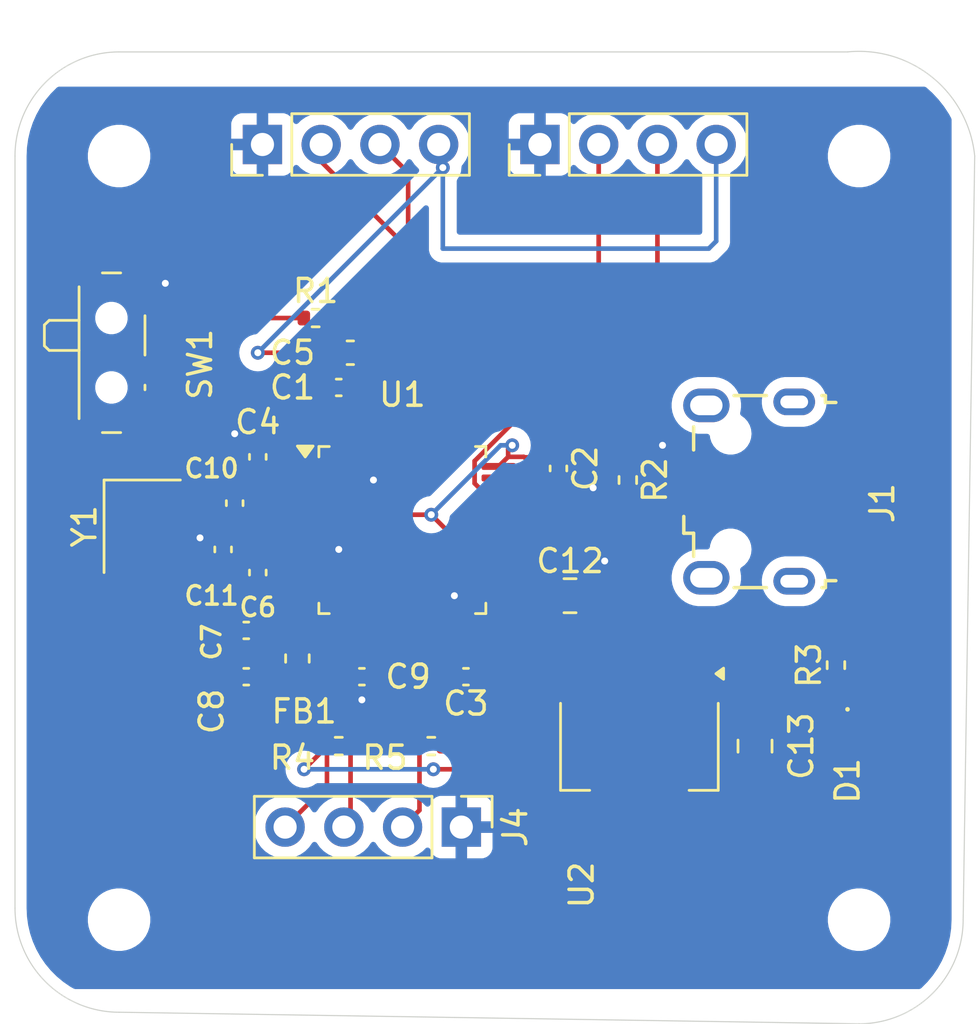
<source format=kicad_pcb>
(kicad_pcb (version 20240108) (generator "pcbnew") (generator_version "8.0")
  (layers (0 "F.Cu" signal) (31 "B.Cu" signal) (34 "B.Paste" user) (35 "F.Paste" user) (36 "B.SilkS" user "B.Silkscreen") (37 "F.SilkS" user "F.Silkscreen") (38 "B.Mask" user) (39 "F.Mask" user) (44 "Edge.Cuts" user))
  (net 0 "")
  (net 1 "GND")
  (net 2 "+3V3")
  (net 3 "+3.3VA")
  (net 4 "/NRST")
  (net 5 "/HSE_IN")
  (net 6 "/HSE_OUT")
  (net 7 "VBUS")
  (net 8 "/power_led_k")
  (net 11 "/USB_D -")
  (net 13 "/USB_D +")
  (net 16 "/SWCLK")
  (net 17 "/SWDIO")
  (net 18 "/USART1_RX")
  (net 19 "/USART1_TX")
  (net 20 "/I2C2_SDA")
  (net 21 "/I2C2_SCL")
  (net 22 "/BOOT0")
  (net 23 "/sw_boot0")
  (footprint "Capacitor_SMD:C_0805_2012Metric" (layer "F.Cu") (at 85 44)
    (property "Reference" "C12" (at 0 -1.5 0) (layer "F.SilkS"))
    (property "Value" "22u")
    (fp_line (start -0.261252 -0.735) (end 0.261252 -0.735) (stroke (width 0.12)) (layer "F.SilkS"))
    (fp_line (start -0.261252 0.735) (end 0.261252 0.735) (stroke (width 0.12)) (layer "F.SilkS"))
    (pad "1" smd roundrect (at -0.95 0) (size 1 1.45) (layers "F.Cu" "F.Paste" "F.Mask") (net 7 "VBUS"))
    (pad "2" smd roundrect (at 0.95 0) (size 1 1.45) (layers "F.Cu" "F.Paste" "F.Mask") (net 1 "GND"))
  )
  (footprint "Capacitor_SMD:C_0402_1005Metric" (layer "F.Cu") (at 71.5 43 90)
    (property "Reference" "C6" (at -1.5 0 0) (layer "F.SilkS") (effects (font (size 0.8 0.8))))
    (property "Value" "10n")
    (fp_line (start -0.107836 -0.36) (end 0.107836 -0.36) (stroke (width 0.12)) (layer "F.SilkS"))
    (fp_line (start -0.107836 0.36) (end 0.107836 0.36) (stroke (width 0.12)) (layer "F.SilkS"))
    (pad "1" smd roundrect (at -0.48 0 90) (size 0.56 0.62) (layers "F.Cu" "F.Paste" "F.Mask") (net 3 "+3.3VA"))
    (pad "2" smd roundrect (at 0.48 0 90) (size 0.56 0.62) (layers "F.Cu" "F.Paste" "F.Mask") (net 1 "GND"))
  )
  (footprint "Capacitor_SMD:C_0402_1005Metric" (layer "F.Cu") (at 70.5 40 90)
    (property "Reference" "C10" (at 1.5 -1 180) (layer "F.SilkS") (effects (font (size 0.8 0.8))))
    (property "Value" "10pf")
    (fp_line (start -0.107836 -0.36) (end 0.107836 -0.36) (stroke (width 0.12)) (layer "F.SilkS"))
    (fp_line (start -0.107836 0.36) (end 0.107836 0.36) (stroke (width 0.12)) (layer "F.SilkS"))
    (pad "1" smd roundrect (at -0.48 0 90) (size 0.56 0.62) (layers "F.Cu" "F.Paste" "F.Mask") (net 5 "/HSE_IN"))
    (pad "2" smd roundrect (at 0.48 0 90) (size 0.56 0.62) (layers "F.Cu" "F.Paste" "F.Mask") (net 1 "GND"))
  )
  (footprint "Capacitor_SMD:C_0402_1005Metric" (layer "F.Cu") (at 76 47.5)
    (property "Reference" "C9" (at 2 0 0) (layer "F.SilkS"))
    (property "Value" "100n")
    (fp_line (start -0.107836 -0.36) (end 0.107836 -0.36) (stroke (width 0.12)) (layer "F.SilkS"))
    (fp_line (start -0.107836 0.36) (end 0.107836 0.36) (stroke (width 0.12)) (layer "F.SilkS"))
    (pad "1" smd roundrect (at -0.48 0) (size 0.56 0.62) (layers "F.Cu" "F.Paste" "F.Mask") (net 4 "/NRST"))
    (pad "2" smd roundrect (at 0.48 0) (size 0.56 0.62) (layers "F.Cu" "F.Paste" "F.Mask") (net 1 "GND"))
  )
  (footprint "MountingHole:MountingHole_2.2mm_M2" (layer "F.Cu") (at 97.5 25)
    (property "Reference" "H1")
    (property "Value" "MountingHole")
    (pad "" np_thru_hole circle (at 0 0) (size 2.2 2.2) (drill 2.2) (layers "*.Cu" "*.Mask"))
  )
  (footprint "Connector_USB:USB_Micro-B_Wuerth_629105150521" (layer "F.Cu") (at 92.745 39.5 90)
    (property "Reference" "J1" (at -0.5 5.755 -90) (layer "F.SilkS"))
    (property "Value" "USB_B_Micro")
    (fp_line (start -1.075 -2.825) (end -1.8 -2.825) (stroke (width 0.15)) (layer "F.SilkS"))
    (fp_line (start -1.8 -2.825) (end -1.8 -2.4) (stroke (width 0.15)) (layer "F.SilkS"))
    (fp_line (start 1.8 -2.4) (end 2.8 -2.4) (stroke (width 0.15)) (layer "F.SilkS"))
    (fp_line (start -1.8 -2.4) (end -2.8 -2.4) (stroke (width 0.15)) (layer "F.SilkS"))
    (fp_line (start -4.15 -0.65) (end -4.15 0.75) (stroke (width 0.15)) (layer "F.SilkS"))
    (fp_line (start 4.15 0.75) (end 4.15 -0.65) (stroke (width 0.15)) (layer "F.SilkS"))
    (fp_line (start -4.15 3.15) (end -4.15 3.3) (stroke (width 0.15)) (layer "F.SilkS"))
    (fp_line (start 4.15 3.3) (end 4.15 3.15) (stroke (width 0.15)) (layer "F.SilkS"))
    (fp_line (start 3.85 3.3) (end 4.15 3.3) (stroke (width 0.15)) (layer "F.SilkS"))
    (fp_line (start -3.85 3.3) (end -3.85 3.75) (stroke (width 0.15)) (layer "F.SilkS"))
    (fp_line (start -4.15 3.3) (end -3.85 3.3) (stroke (width 0.15)) (layer "F.SilkS"))
    (fp_line (start 3.85 3.75) (end 3.85 3.3) (stroke (width 0.15)) (layer "F.SilkS"))
    (pad "" np_thru_hole oval (at -2.5 -0.8 90) (size 0.8 0.8) (drill 0.8) (layers "*.Cu" "*.Mask"))
    (pad "" np_thru_hole oval (at 2.5 -0.8 90) (size 0.8 0.8) (drill 0.8) (layers "*.Cu" "*.Mask"))
    (pad "1" smd rect (at -1.3 -1.9 90) (size 0.45 1.3) (layers "F.Cu" "F.Paste" "F.Mask") (net 7 "VBUS"))
    (pad "2" smd rect (at -0.65 -1.9 90) (size 0.45 1.3) (layers "F.Cu" "F.Paste" "F.Mask") (net 11 "/USB_D -"))
    (pad "3" smd rect (at 0 -1.9 90) (size 0.45 1.3) (layers "F.Cu" "F.Paste" "F.Mask") (net 13 "/USB_D +"))
    (pad "4" smd rect (at 0.65 -1.9 90) (size 0.45 1.3) (layers "F.Cu" "F.Paste" "F.Mask"))
    (pad "5" smd rect (at 1.3 -1.9 90) (size 0.45 1.3) (layers "F.Cu" "F.Paste" "F.Mask") (net 1 "GND"))
    (pad "6" thru_hole oval (at -3.875 1.95 90) (size 1.15 1.8) (drill oval 0.55 1.2) (layers "*.Cu" "*.Mask"))
    (pad "6" thru_hole oval (at -3.725 -1.85 90) (size 1.45 2) (drill oval 0.85 1.4) (layers "*.Cu" "*.Mask"))
    (pad "6" thru_hole oval (at 3.725 -1.85 90) (size 1.45 2) (drill oval 0.85 1.4) (layers "*.Cu" "*.Mask"))
    (pad "6" thru_hole oval (at 3.875 1.95 90) (size 1.15 1.8) (drill oval 0.55 1.2) (layers "*.Cu" "*.Mask"))
  )
  (footprint "Capacitor_SMD:C_0402_1005Metric" (layer "F.Cu") (at 71 45.5 180)
    (property "Reference" "C7" (at 1.5 -0.5 90) (layer "F.SilkS") (effects (font (size 0.8 0.8))))
    (property "Value" "1u")
    (fp_line (start -0.107836 0.36) (end 0.107836 0.36) (stroke (width 0.12)) (layer "F.SilkS"))
    (fp_line (start -0.107836 -0.36) (end 0.107836 -0.36) (stroke (width 0.12)) (layer "F.SilkS"))
    (pad "1" smd roundrect (at -0.48 0 180) (size 0.56 0.62) (layers "F.Cu" "F.Paste" "F.Mask") (net 3 "+3.3VA"))
    (pad "2" smd roundrect (at 0.48 0 180) (size 0.56 0.62) (layers "F.Cu" "F.Paste" "F.Mask") (net 1 "GND"))
  )
  (footprint "LED_SMD:LED_0402_1005Metric" (layer "F.Cu") (at 97 50 -90)
    (property "Reference" "D1" (at 2 0 90) (layer "F.SilkS"))
    (property "Value" "LED")
    (fp_circle (center -1.09 0) (end -1.04 0) (stroke (width 0.1)) (fill none) (layer "F.SilkS"))
    (pad "1" smd roundrect (at -0.485 0 270) (size 0.59 0.64) (layers "F.Cu" "F.Paste" "F.Mask") (net 8 "/power_led_k"))
    (pad "2" smd roundrect (at 0.485 0 270) (size 0.59 0.64) (layers "F.Cu" "F.Paste" "F.Mask") (net 2 "+3V3"))
  )
  (footprint "Button_Switch_SMD:SW_SPDT_PCM12" (layer "F.Cu") (at 65.5 33.5 -90)
    (property "Reference" "SW1" (at 0.5 -3.5 90) (layer "F.SilkS"))
    (property "Value" "SW_SPDT")
    (fp_line (start -1.2 3.23) (end -0.3 3.23) (stroke (width 0.12)) (layer "F.SilkS"))
    (fp_line (start -1.4 3.02) (end -1.2 3.23) (stroke (width 0.12)) (layer "F.SilkS"))
    (fp_line (start -0.1 3.02) (end -0.3 3.23) (stroke (width 0.12)) (layer "F.SilkS"))
    (fp_line (start -0.1 3.02) (end -0.1 1.73) (stroke (width 0.12)) (layer "F.SilkS"))
    (fp_line (start -2.85 1.73) (end 2.85 1.73) (stroke (width 0.12)) (layer "F.SilkS"))
    (fp_line (start -1.4 1.73) (end -1.4 3.02) (stroke (width 0.12)) (layer "F.SilkS"))
    (fp_line (start 3.45 0.72) (end 3.45 -0.07) (stroke (width 0.12)) (layer "F.SilkS"))
    (fp_line (start -3.45 -0.07) (end -3.45 0.72) (stroke (width 0.12)) (layer "F.SilkS"))
    (fp_line (start -1.6 -1.12) (end 0.1 -1.12) (stroke (width 0.12)) (layer "F.SilkS"))
    (fp_line (start 1.4 -1.12) (end 1.6 -1.12) (stroke (width 0.12)) (layer "F.SilkS"))
    (pad "" smd rect (at -3.65 -0.78 270) (size 1 0.8) (layers "F.Cu" "F.Paste" "F.Mask"))
    (pad "" smd rect (at -3.65 1.43 270) (size 1 0.8) (layers "F.Cu" "F.Paste" "F.Mask"))
    (pad "" np_thru_hole circle (at -1.5 0.33 270) (size 0.9 0.9) (drill 0.9) (layers "*.Cu" "*.Mask"))
    (pad "" np_thru_hole circle (at 1.5 0.33 270) (size 0.9 0.9) (drill 0.9) (layers "*.Cu" "*.Mask"))
    (pad "" smd rect (at 3.65 -0.78 270) (size 1 0.8) (layers "F.Cu" "F.Paste" "F.Mask"))
    (pad "" smd rect (at 3.65 1.43 270) (size 1 0.8) (layers "F.Cu" "F.Paste" "F.Mask"))
    (pad "1" smd rect (at -2.25 -1.43 270) (size 0.7 1.5) (layers "F.Cu" "F.Paste" "F.Mask") (net 1 "GND"))
    (pad "2" smd rect (at 0.75 -1.43 270) (size 0.7 1.5) (layers "F.Cu" "F.Paste" "F.Mask") (net 23 "/sw_boot0"))
    (pad "3" smd rect (at 2.25 -1.43 270) (size 0.7 1.5) (layers "F.Cu" "F.Paste" "F.Mask") (net 2 "+3V3"))
  )
  (footprint "Capacitor_SMD:C_0402_1005Metric" (layer "F.Cu") (at 75 35)
    (property "Reference" "C1" (at -2 0 0) (layer "F.SilkS"))
    (property "Value" "100n")
    (fp_line (start -0.107836 -0.36) (end 0.107836 -0.36) (stroke (width 0.12)) (layer "F.SilkS"))
    (fp_line (start -0.107836 0.36) (end 0.107836 0.36) (stroke (width 0.12)) (layer "F.SilkS"))
    (pad "1" smd roundrect (at -0.48 0) (size 0.56 0.62) (layers "F.Cu" "F.Paste" "F.Mask") (net 2 "+3V3"))
    (pad "2" smd roundrect (at 0.48 0) (size 0.56 0.62) (layers "F.Cu" "F.Paste" "F.Mask") (net 1 "GND"))
  )
  (footprint "Resistor_SMD:R_0402_1005Metric" (layer "F.Cu") (at 79 50.5 180)
    (property "Reference" "R5" (at 2 -0.5 360) (layer "F.SilkS"))
    (property "Value" "1k5")
    (fp_line (start -0.153641 0.38) (end 0.153641 0.38) (stroke (width 0.12)) (layer "F.SilkS"))
    (fp_line (start -0.153641 -0.38) (end 0.153641 -0.38) (stroke (width 0.12)) (layer "F.SilkS"))
    (pad "1" smd roundrect (at -0.51 0 180) (size 0.54 0.64) (layers "F.Cu" "F.Paste" "F.Mask") (net 2 "+3V3"))
    (pad "2" smd roundrect (at 0.51 0 180) (size 0.54 0.64) (layers "F.Cu" "F.Paste" "F.Mask") (net 20 "/I2C2_SDA"))
  )
  (footprint "Capacitor_SMD:C_0402_1005Metric" (layer "F.Cu") (at 70 42 90)
    (property "Reference" "C11" (at -2 -0.5 180) (layer "F.SilkS") (effects (font (size 0.8 0.8))))
    (property "Value" "10pf")
    (fp_line (start -0.107836 -0.36) (end 0.107836 -0.36) (stroke (width 0.12)) (layer "F.SilkS"))
    (fp_line (start -0.107836 0.36) (end 0.107836 0.36) (stroke (width 0.12)) (layer "F.SilkS"))
    (pad "1" smd roundrect (at -0.48 0 90) (size 0.56 0.62) (layers "F.Cu" "F.Paste" "F.Mask") (net 6 "/HSE_OUT"))
    (pad "2" smd roundrect (at 0.48 0 90) (size 0.56 0.62) (layers "F.Cu" "F.Paste" "F.Mask") (net 1 "GND"))
  )
  (footprint "MountingHole:MountingHole_2.2mm_M2" (layer "F.Cu") (at 65.5 25)
    (property "Reference" "H2")
    (property "Value" "MountingHole")
    (pad "" np_thru_hole circle (at 0 0) (size 2.2 2.2) (drill 2.2) (layers "*.Cu" "*.Mask"))
  )
  (footprint "Crystal:Crystal_SMD_3225-4Pin_3.2x2.5mm" (layer "F.Cu") (at 66.5 41 -90)
    (property "Reference" "Y1" (at 0 2.5 90) (layer "F.SilkS"))
    (property "Value" "16MHz")
    (fp_line (start -2 1.65) (end 2 1.65) (stroke (width 0.12)) (layer "F.SilkS"))
    (fp_line (start -2 -1.65) (end -2 1.65) (stroke (width 0.12)) (layer "F.SilkS"))
    (pad "1" smd rect (at -1.1 0.85 270) (size 1.4 1.2) (layers "F.Cu" "F.Paste" "F.Mask") (net 5 "/HSE_IN"))
    (pad "2" smd rect (at 1.1 0.85 270) (size 1.4 1.2) (layers "F.Cu" "F.Paste" "F.Mask") (net 1 "GND"))
    (pad "3" smd rect (at 1.1 -0.85 270) (size 1.4 1.2) (layers "F.Cu" "F.Paste" "F.Mask") (net 6 "/HSE_OUT"))
    (pad "4" smd rect (at -1.1 -0.85 270) (size 1.4 1.2) (layers "F.Cu" "F.Paste" "F.Mask") (net 1 "GND"))
  )
  (footprint "MountingHole:MountingHole_2.2mm_M2" (layer "F.Cu") (at 65.5 58)
    (property "Reference" "H3")
    (property "Value" "MountingHole")
    (pad "" np_thru_hole circle (at 0 0) (size 2.2 2.2) (drill 2.2) (layers "*.Cu" "*.Mask"))
  )
  (footprint "Capacitor_SMD:C_0402_1005Metric" (layer "F.Cu") (at 71 47.5 180)
    (property "Reference" "C8" (at 1.5 -1.5 90) (layer "F.SilkS"))
    (property "Value" "1u")
    (fp_line (start -0.107836 0.36) (end 0.107836 0.36) (stroke (width 0.12)) (layer "F.SilkS"))
    (fp_line (start -0.107836 -0.36) (end 0.107836 -0.36) (stroke (width 0.12)) (layer "F.SilkS"))
    (pad "1" smd roundrect (at -0.48 0 180) (size 0.56 0.62) (layers "F.Cu" "F.Paste" "F.Mask") (net 2 "+3V3"))
    (pad "2" smd roundrect (at 0.48 0 180) (size 0.56 0.62) (layers "F.Cu" "F.Paste" "F.Mask") (net 1 "GND"))
  )
  (footprint "Capacitor_SMD:C_0402_1005Metric" (layer "F.Cu") (at 80.5 47.5 180)
    (property "Reference" "C3" (at 0 -1.16 360) (layer "F.SilkS"))
    (property "Value" "100n")
    (fp_line (start -0.107836 0.36) (end 0.107836 0.36) (stroke (width 0.12)) (layer "F.SilkS"))
    (fp_line (start -0.107836 -0.36) (end 0.107836 -0.36) (stroke (width 0.12)) (layer "F.SilkS"))
    (pad "1" smd roundrect (at -0.48 0 180) (size 0.56 0.62) (layers "F.Cu" "F.Paste" "F.Mask") (net 2 "+3V3"))
    (pad "2" smd roundrect (at 0.48 0 180) (size 0.56 0.62) (layers "F.Cu" "F.Paste" "F.Mask") (net 1 "GND"))
  )
  (footprint "Resistor_SMD:R_0402_1005Metric" (layer "F.Cu") (at 74 32)
    (property "Reference" "R1" (at 0 -1.17 0) (layer "F.SilkS"))
    (property "Value" "10k")
    (fp_line (start -0.153641 -0.38) (end 0.153641 -0.38) (stroke (width 0.12)) (layer "F.SilkS"))
    (fp_line (start -0.153641 0.38) (end 0.153641 0.38) (stroke (width 0.12)) (layer "F.SilkS"))
    (pad "1" smd roundrect (at -0.51 0) (size 0.54 0.64) (layers "F.Cu" "F.Paste" "F.Mask") (net 23 "/sw_boot0"))
    (pad "2" smd roundrect (at 0.51 0) (size 0.54 0.64) (layers "F.Cu" "F.Paste" "F.Mask") (net 22 "/BOOT0"))
  )
  (footprint "Connector_PinHeader_2.54mm:PinHeader_1x04_P2.54mm_Vertical" (layer "F.Cu") (at 83.7 24.5 90)
    (property "Reference" "J2")
    (property "Value" "Conn_01x04_Pin")
    (fp_line (start -1.33 -1.33) (end 0 -1.33) (stroke (width 0.12)) (layer "F.SilkS"))
    (fp_line (start -1.33 0) (end -1.33 -1.33) (stroke (width 0.12)) (layer "F.SilkS"))
    (fp_line (start 1.33 1.27) (end 1.33 8.95) (stroke (width 0.12)) (layer "F.SilkS"))
    (fp_line (start -1.33 1.27) (end 1.33 1.27) (stroke (width 0.12)) (layer "F.SilkS"))
    (fp_line (start -1.33 1.27) (end -1.33 8.95) (stroke (width 0.12)) (layer "F.SilkS"))
    (fp_line (start -1.33 8.95) (end 1.33 8.95) (stroke (width 0.12)) (layer "F.SilkS"))
    (pad "1" thru_hole rect (at 0 0 90) (size 1.7 1.7) (drill 1) (layers "*.Cu" "*.Mask") (net 1 "GND"))
    (pad "2" thru_hole oval (at 0 2.54 90) (size 1.7 1.7) (drill 1) (layers "*.Cu" "*.Mask") (net 16 "/SWCLK"))
    (pad "3" thru_hole oval (at 0 5.08 90) (size 1.7 1.7) (drill 1) (layers "*.Cu" "*.Mask") (net 17 "/SWDIO"))
    (pad "4" thru_hole oval (at 0 7.62 90) (size 1.7 1.7) (drill 1) (layers "*.Cu" "*.Mask") (net 2 "+3V3"))
  )
  (footprint "Package_TO_SOT_SMD:SOT-223-3_TabPin2" (layer "F.Cu") (at 88 50.5 -90)
    (property "Reference" "U2" (at 6 2.5 90) (layer "F.SilkS"))
    (property "Value" "AMS1117-3.3")
    (fp_line (start -1.85 3.41) (end 1.91 3.41) (stroke (width 0.12)) (layer "F.SilkS"))
    (fp_line (start 1.91 3.41) (end 1.91 2.15) (stroke (width 0.12)) (layer "F.SilkS"))
    (fp_line (start -1.85 -3.41) (end 1.91 -3.41) (stroke (width 0.12)) (layer "F.SilkS"))
    (fp_line (start 1.91 -3.41) (end 1.91 -2.15) (stroke (width 0.12)) (layer "F.SilkS"))
    (fp_poly (pts (xy -3.13 -3.31) (xy -3.37 -3.64) (xy -2.89 -3.64) (xy -3.13 -3.31)) (stroke (width 0.12)) (fill solid) (layer "F.SilkS"))
    (pad "1" smd roundrect (at -3.15 -2.3 270) (size 2 1.5) (layers "F.Cu" "F.Paste" "F.Mask") (net 1 "GND"))
    (pad "2" smd roundrect (at -3.15 0 270) (size 2 1.5) (layers "F.Cu" "F.Paste" "F.Mask") (net 2 "+3V3"))
    (pad "2" smd roundrect (at 3.15 0 270) (size 2 3.8) (layers "F.Cu" "F.Paste" "F.Mask") (net 2 "+3V3"))
    (pad "3" smd roundrect (at -3.15 2.3 270) (size 2 1.5) (layers "F.Cu" "F.Paste" "F.Mask") (net 7 "VBUS"))
  )
  (footprint "Capacitor_SMD:C_0805_2012Metric" (layer "F.Cu") (at 93 50.5 90)
    (property "Reference" "C13" (at 0 2 90) (layer "F.SilkS"))
    (property "Value" "22u")
    (fp_line (start -0.261252 -0.735) (end 0.261252 -0.735) (stroke (width 0.12)) (layer "F.SilkS"))
    (fp_line (start -0.261252 0.735) (end 0.261252 0.735) (stroke (width 0.12)) (layer "F.SilkS"))
    (pad "1" smd roundrect (at -0.95 0 90) (size 1 1.45) (layers "F.Cu" "F.Paste" "F.Mask") (net 2 "+3V3"))
    (pad "2" smd roundrect (at 0.95 0 90) (size 1 1.45) (layers "F.Cu" "F.Paste" "F.Mask") (net 1 "GND"))
  )
  (footprint "Resistor_SMD:R_0402_1005Metric" (layer "F.Cu") (at 96.5 47 90)
    (property "Reference" "R3" (at 0 -1.17 90) (layer "F.SilkS"))
    (property "Value" "1k5")
    (fp_line (start -0.153641 -0.38) (end 0.153641 -0.38) (stroke (width 0.12)) (layer "F.SilkS"))
    (fp_line (start -0.153641 0.38) (end 0.153641 0.38) (stroke (width 0.12)) (layer "F.SilkS"))
    (pad "1" smd roundrect (at -0.51 0 90) (size 0.54 0.64) (layers "F.Cu" "F.Paste" "F.Mask") (net 8 "/power_led_k"))
    (pad "2" smd roundrect (at 0.51 0 90) (size 0.54 0.64) (layers "F.Cu" "F.Paste" "F.Mask") (net 1 "GND"))
  )
  (footprint "Package_QFP:LQFP-48_7x7mm_P0.5mm" (layer "F.Cu") (at 77.75 41.1625)
    (property "Reference" "U1" (at 0 -5.85 0) (layer "F.SilkS"))
    (property "Value" "STM32F103C8Tx")
    (fp_line (start -3.61 -3.61) (end -3.61 -3.16) (stroke (width 0.12)) (layer "F.SilkS"))
    (fp_line (start -3.61 3.61) (end -3.61 3.16) (stroke (width 0.12)) (layer "F.SilkS"))
    (fp_line (start -3.16 -3.61) (end -3.61 -3.61) (stroke (width 0.12)) (layer "F.SilkS"))
    (fp_line (start -3.16 3.61) (end -3.61 3.61) (stroke (width 0.12)) (layer "F.SilkS"))
    (fp_line (start 3.16 -3.61) (end 3.61 -3.61) (stroke (width 0.12)) (layer "F.SilkS"))
    (fp_line (start 3.16 3.61) (end 3.61 3.61) (stroke (width 0.12)) (layer "F.SilkS"))
    (fp_line (start 3.61 -3.61) (end 3.61 -3.16) (stroke (width 0.12)) (layer "F.SilkS"))
    (fp_line (start 3.61 3.61) (end 3.61 3.16) (stroke (width 0.12)) (layer "F.SilkS"))
    (fp_poly (pts (xy -4.2 -3.16) (xy -4.54 -3.63) (xy -3.86 -3.63) (xy -4.2 -3.16)) (stroke (width 0.12)) (fill solid) (layer "F.SilkS"))
    (pad "1" smd roundrect (at -4.1625 -2.75) (size 1.475 0.3) (layers "F.Cu" "F.Paste" "F.Mask") (net 2 "+3V3"))
    (pad "2" smd roundrect (at -4.1625 -2.25) (size 1.475 0.3) (layers "F.Cu" "F.Paste" "F.Mask"))
    (pad "3" smd roundrect (at -4.1625 -1.75) (size 1.475 0.3) (layers "F.Cu" "F.Paste" "F.Mask"))
    (pad "4" smd roundrect (at -4.1625 -1.25) (size 1.475 0.3) (layers "F.Cu" "F.Paste" "F.Mask"))
    (pad "5" smd roundrect (at -4.1625 -0.75) (size 1.475 0.3) (layers "F.Cu" "F.Paste" "F.Mask") (net 5 "/HSE_IN"))
    (pad "6" smd roundrect (at -4.1625 -0.25) (size 1.475 0.3) (layers "F.Cu" "F.Paste" "F.Mask") (net 6 "/HSE_OUT"))
    (pad "7" smd roundrect (at -4.1625 0.25) (size 1.475 0.3) (layers "F.Cu" "F.Paste" "F.Mask") (net 4 "/NRST"))
    (pad "8" smd roundrect (at -4.1625 0.75) (size 1.475 0.3) (layers "F.Cu" "F.Paste" "F.Mask") (net 1 "GND"))
    (pad "9" smd roundrect (at -4.1625 1.25) (size 1.475 0.3) (layers "F.Cu" "F.Paste" "F.Mask") (net 3 "+3.3VA"))
    (pad "10" smd roundrect (at -4.1625 1.75) (size 1.475 0.3) (layers "F.Cu" "F.Paste" "F.Mask"))
    (pad "11" smd roundrect (at -4.1625 2.25) (size 1.475 0.3) (layers "F.Cu" "F.Paste" "F.Mask"))
    (pad "12" smd roundrect (at -4.1625 2.75) (size 1.475 0.3) (layers "F.Cu" "F.Paste" "F.Mask"))
    (pad "13" smd roundrect (at -2.75 4.1625) (size 0.3 1.475) (layers "F.Cu" "F.Paste" "F.Mask"))
    (pad "14" smd roundrect (at -2.25 4.1625) (size 0.3 1.475) (layers "F.Cu" "F.Paste" "F.Mask"))
    (pad "15" smd roundrect (at -1.75 4.1625) (size 0.3 1.475) (layers "F.Cu" "F.Paste" "F.Mask"))
    (pad "16" smd roundrect (at -1.25 4.1625) (size 0.3 1.475) (layers "F.Cu" "F.Paste" "F.Mask"))
    (pad "17" smd roundrect (at -0.75 4.1625) (size 0.3 1.475) (layers "F.Cu" "F.Paste" "F.Mask"))
    (pad "18" smd roundrect (at -0.25 4.1625) (size 0.3 1.475) (layers "F.Cu" "F.Paste" "F.Mask"))
    (pad "19" smd roundrect (at 0.25 4.1625) (size 0.3 1.475) (layers "F.Cu" "F.Paste" "F.Mask"))
    (pad "20" smd roundrect (at 0.75 4.1625) (size 0.3 1.475) (layers "F.Cu" "F.Paste" "F.Mask"))
    (pad "21" smd roundrect (at 1.25 4.1625) (size 0.3 1.475) (layers "F.Cu" "F.Paste" "F.Mask") (net 21 "/I2C2_SCL"))
    (pad "22" smd roundrect (at 1.75 4.1625) (size 0.3 1.475) (layers "F.Cu" "F.Paste" "F.Mask") (net 20 "/I2C2_SDA"))
    (pad "23" smd roundrect (at 2.25 4.1625) (size 0.3 1.475) (layers "F.Cu" "F.Paste" "F.Mask") (net 1 "GND"))
    (pad "24" smd roundrect (at 2.75 4.1625) (size 0.3 1.475) (layers "F.Cu" "F.Paste" "F.Mask") (net 2 "+3V3"))
    (pad "25" smd roundrect (at 4.1625 2.75) (size 1.475 0.3) (layers "F.Cu" "F.Paste" "F.Mask"))
    (pad "26" smd roundrect (at 4.1625 2.25) (size 1.475 0.3) (layers "F.Cu" "F.Paste" "F.Mask"))
    (pad "27" smd roundrect (at 4.1625 1.75) (size 1.475 0.3) (layers "F.Cu" "F.Paste" "F.Mask"))
    (pad "28" smd roundrect (at 4.1625 1.25) (size 1.475 0.3) (layers "F.Cu" "F.Paste" "F.Mask"))
    (pad "29" smd roundrect (at 4.1625 0.75) (size 1.475 0.3) (layers "F.Cu" "F.Paste" "F.Mask"))
    (pad "30" smd roundrect (at 4.1625 0.25) (size 1.475 0.3) (layers "F.Cu" "F.Paste" "F.Mask"))
    (pad "31" smd roundrect (at 4.1625 -0.25) (size 1.475 0.3) (layers "F.Cu" "F.Paste" "F.Mask"))
    (pad "32" smd roundrect (at 4.1625 -0.75) (size 1.475 0.3) (layers "F.Cu" "F.Paste" "F.Mask") (net 11 "/USB_D -"))
    (pad "33" smd roundrect (at 4.1625 -1.25) (size 1.475 0.3) (layers "F.Cu" "F.Paste" "F.Mask") (net 13 "/USB_D +"))
    (pad "34" smd roundrect (at 4.1625 -1.75) (size 1.475 0.3) (layers "F.Cu" "F.Paste" "F.Mask") (net 17 "/SWDIO"))
    (pad "35" smd roundrect (at 4.1625 -2.25) (size 1.475 0.3) (layers "F.Cu" "F.Paste" "F.Mask") (net 1 "GND"))
    (pad "36" smd roundrect (at 4.1625 -2.75) (size 1.475 0.3) (layers "F.Cu" "F.Paste" "F.Mask") (net 2 "+3V3"))
    (pad "37" smd roundrect (at 2.75 -4.1625) (size 0.3 1.475) (layers "F.Cu" "F.Paste" "F.Mask") (net 16 "/SWCLK"))
    (pad "38" smd roundrect (at 2.25 -4.1625) (size 0.3 1.475) (layers "F.Cu" "F.Paste" "F.Mask"))
    (pad "39" smd roundrect (at 1.75 -4.1625) (size 0.3 1.475) (layers "F.Cu" "F.Paste" "F.Mask"))
    (pad "40" smd roundrect (at 1.25 -4.1625) (size 0.3 1.475) (layers "F.Cu" "F.Paste" "F.Mask"))
    (pad "41" smd roundrect (at 0.75 -4.1625) (size 0.3 1.475) (layers "F.Cu" "F.Paste" "F.Mask"))
    (pad "42" smd roundrect (at 0.25 -4.1625) (size 0.3 1.475) (layers "F.Cu" "F.Paste" "F.Mask") (net 19 "/USART1_TX"))
    (pad "43" smd roundrect (at -0.25 -4.1625) (size 0.3 1.475) (layers "F.Cu" "F.Paste" "F.Mask") (net 18 "/USART1_RX"))
    (pad "44" smd roundrect (at -0.75 -4.1625) (size 0.3 1.475) (layers "F.Cu" "F.Paste" "F.Mask") (net 22 "/BOOT0"))
    (pad "45" smd roundrect (at -1.25 -4.1625) (size 0.3 1.475) (layers "F.Cu" "F.Paste" "F.Mask"))
    (pad "46" smd roundrect (at -1.75 -4.1625) (size 0.3 1.475) (layers "F.Cu" "F.Paste" "F.Mask"))
    (pad "47" smd roundrect (at -2.25 -4.1625) (size 0.3 1.475) (layers "F.Cu" "F.Paste" "F.Mask") (net 1 "GND"))
    (pad "48" smd roundrect (at -2.75 -4.1625) (size 0.3 1.475) (layers "F.Cu" "F.Paste" "F.Mask") (net 2 "+3V3"))
  )
  (footprint "Capacitor_SMD:C_0402_1005Metric" (layer "F.Cu") (at 84.5 38.5 -90)
    (property "Reference" "C2" (at 0 -1.16 90) (layer "F.SilkS"))
    (property "Value" "100n")
    (fp_line (start -0.107836 0.36) (end 0.107836 0.36) (stroke (width 0.12)) (layer "F.SilkS"))
    (fp_line (start -0.107836 -0.36) (end 0.107836 -0.36) (stroke (width 0.12)) (layer "F.SilkS"))
    (pad "1" smd roundrect (at -0.48 0 270) (size 0.56 0.62) (layers "F.Cu" "F.Paste" "F.Mask") (net 2 "+3V3"))
    (pad "2" smd roundrect (at 0.48 0 270) (size 0.56 0.62) (layers "F.Cu" "F.Paste" "F.Mask") (net 1 "GND"))
  )
  (footprint "Inductor_SMD:L_0603_1608Metric" (layer "F.Cu") (at 73.2125 46.7125 -90)
    (property "Reference" "FB1" (at 2.2875 -0.2875 360) (layer "F.SilkS"))
    (property "Value" "120R")
    (fp_line (start -0.162779 0.51) (end 0.162779 0.51) (stroke (width 0.12)) (layer "F.SilkS"))
    (fp_line (start -0.162779 -0.51) (end 0.162779 -0.51) (stroke (width 0.12)) (layer "F.SilkS"))
    (pad "1" smd roundrect (at -0.7875 0 270) (size 0.875 0.95) (layers "F.Cu" "F.Paste" "F.Mask") (net 3 "+3.3VA"))
    (pad "2" smd roundrect (at 0.7875 0 270) (size 0.875 0.95) (layers "F.Cu" "F.Paste" "F.Mask") (net 2 "+3V3"))
  )
  (footprint "Resistor_SMD:R_0402_1005Metric" (layer "F.Cu") (at 87.5 39 -90)
    (property "Reference" "R2" (at 0 -1.17 90) (layer "F.SilkS"))
    (property "Value" "1k5")
    (fp_line (start -0.153641 0.38) (end 0.153641 0.38) (stroke (width 0.12)) (layer "F.SilkS"))
    (fp_line (start -0.153641 -0.38) (end 0.153641 -0.38) (stroke (width 0.12)) (layer "F.SilkS"))
    (pad "1" smd roundrect (at -0.51 0 270) (size 0.54 0.64) (layers "F.Cu" "F.Paste" "F.Mask") (net 2 "+3V3"))
    (pad "2" smd roundrect (at 0.51 0 270) (size 0.54 0.64) (layers "F.Cu" "F.Paste" "F.Mask") (net 13 "/USB_D +"))
  )
  (footprint "Capacitor_SMD:C_0402_1005Metric" (layer "F.Cu") (at 71.5 38 90)
    (property "Reference" "C4" (at 1.5 0 180) (layer "F.SilkS"))
    (property "Value" "100n")
    (fp_line (start -0.107836 -0.36) (end 0.107836 -0.36) (stroke (width 0.12)) (layer "F.SilkS"))
    (fp_line (start -0.107836 0.36) (end 0.107836 0.36) (stroke (width 0.12)) (layer "F.SilkS"))
    (pad "1" smd roundrect (at -0.48 0 90) (size 0.56 0.62) (layers "F.Cu" "F.Paste" "F.Mask") (net 2 "+3V3"))
    (pad "2" smd roundrect (at 0.48 0 90) (size 0.56 0.62) (layers "F.Cu" "F.Paste" "F.Mask") (net 1 "GND"))
  )
  (footprint "Connector_PinHeader_2.54mm:PinHeader_1x04_P2.54mm_Vertical" (layer "F.Cu") (at 80.3 54 -90)
    (property "Reference" "J4" (at 0 -2.33 90) (layer "F.SilkS"))
    (property "Value" "Conn_01x04_Pin")
    (fp_line (start -1.33 8.95) (end 1.33 8.95) (stroke (width 0.12)) (layer "F.SilkS"))
    (fp_line (start -1.33 1.27) (end -1.33 8.95) (stroke (width 0.12)) (layer "F.SilkS"))
    (fp_line (start -1.33 1.27) (end 1.33 1.27) (stroke (width 0.12)) (layer "F.SilkS"))
    (fp_line (start 1.33 1.27) (end 1.33 8.95) (stroke (width 0.12)) (layer "F.SilkS"))
    (fp_line (start -1.33 0) (end -1.33 -1.33) (stroke (width 0.12)) (layer "F.SilkS"))
    (fp_line (start -1.33 -1.33) (end 0 -1.33) (stroke (width 0.12)) (layer "F.SilkS"))
    (pad "1" thru_hole rect (at 0 0 270) (size 1.7 1.7) (drill 1) (layers "*.Cu" "*.Mask") (net 1 "GND"))
    (pad "2" thru_hole oval (at 0 2.54 270) (size 1.7 1.7) (drill 1) (layers "*.Cu" "*.Mask") (net 20 "/I2C2_SDA"))
    (pad "3" thru_hole oval (at 0 5.08 270) (size 1.7 1.7) (drill 1) (layers "*.Cu" "*.Mask") (net 21 "/I2C2_SCL"))
    (pad "4" thru_hole oval (at 0 7.62 270) (size 1.7 1.7) (drill 1) (layers "*.Cu" "*.Mask") (net 2 "+3V3"))
  )
  (footprint "Capacitor_SMD:C_0603_1608Metric" (layer "F.Cu") (at 75.5 33.5)
    (property "Reference" "C5" (at -2.5 0 0) (layer "F.SilkS"))
    (property "Value" "10u")
    (fp_line (start -0.14058 -0.51) (end 0.14058 -0.51) (stroke (width 0.12)) (layer "F.SilkS"))
    (fp_line (start -0.14058 0.51) (end 0.14058 0.51) (stroke (width 0.12)) (layer "F.SilkS"))
    (pad "1" smd roundrect (at -0.775 0) (size 0.9 0.95) (layers "F.Cu" "F.Paste" "F.Mask") (net 2 "+3V3"))
    (pad "2" smd roundrect (at 0.775 0) (size 0.9 0.95) (layers "F.Cu" "F.Paste" "F.Mask") (net 1 "GND"))
  )
  (footprint "MountingHole:MountingHole_2.2mm_M2" (layer "F.Cu") (at 97.5 58)
    (property "Reference" "H4")
    (property "Value" "MountingHole")
    (pad "" np_thru_hole circle (at 0 0) (size 2.2 2.2) (drill 2.2) (layers "*.Cu" "*.Mask"))
  )
  (footprint "Connector_PinHeader_2.54mm:PinHeader_1x04_P2.54mm_Vertical" (layer "F.Cu") (at 71.7 24.5 90)
    (property "Reference" "J3")
    (property "Value" "Conn_01x04_Pin")
    (fp_line (start -1.33 -1.33) (end 0 -1.33) (stroke (width 0.12)) (layer "F.SilkS"))
    (fp_line (start -1.33 0) (end -1.33 -1.33) (stroke (width 0.12)) (layer "F.SilkS"))
    (fp_line (start 1.33 1.27) (end 1.33 8.95) (stroke (width 0.12)) (layer "F.SilkS"))
    (fp_line (start -1.33 1.27) (end 1.33 1.27) (stroke (width 0.12)) (layer "F.SilkS"))
    (fp_line (start -1.33 1.27) (end -1.33 8.95) (stroke (width 0.12)) (layer "F.SilkS"))
    (fp_line (start -1.33 8.95) (end 1.33 8.95) (stroke (width 0.12)) (layer "F.SilkS"))
    (pad "1" thru_hole rect (at 0 0 90) (size 1.7 1.7) (drill 1) (layers "*.Cu" "*.Mask") (net 1 "GND"))
    (pad "2" thru_hole oval (at 0 2.54 90) (size 1.7 1.7) (drill 1) (layers "*.Cu" "*.Mask") (net 18 "/USART1_RX"))
    (pad "3" thru_hole oval (at 0 5.08 90) (size 1.7 1.7) (drill 1) (layers "*.Cu" "*.Mask") (net 19 "/USART1_TX"))
    (pad "4" thru_hole oval (at 0 7.62 90) (size 1.7 1.7) (drill 1) (layers "*.Cu" "*.Mask") (net 2 "+3V3"))
  )
  (footprint "Resistor_SMD:R_0402_1005Metric" (layer "F.Cu") (at 75 50.5)
    (property "Reference" "R4" (at -2 0.5 360) (layer "F.SilkS"))
    (property "Value" "1k5")
    (fp_line (start -0.153641 -0.38) (end 0.153641 -0.38) (stroke (width 0.12)) (layer "F.SilkS"))
    (fp_line (start -0.153641 0.38) (end 0.153641 0.38) (stroke (width 0.12)) (layer "F.SilkS"))
    (pad "1" smd roundrect (at -0.51 0) (size 0.54 0.64) (layers "F.Cu" "F.Paste" "F.Mask") (net 2 "+3V3"))
    (pad "2" smd roundrect (at 0.51 0) (size 0.54 0.64) (layers "F.Cu" "F.Paste" "F.Mask") (net 21 "/I2C2_SCL"))
  )
  (gr_arc (start 61 25) (mid 62.318019 21.818019) (end 65.5 20.5) (stroke (width 0.05)) (layer "Edge.Cuts"))
  (gr_line (start 65.5 20.5) (end 97 20.5) (stroke (width 0.05)) (layer "Edge.Cuts"))
  (gr_arc (start 102 58) (mid 100.681981 61.181981) (end 97.5 62.5) (stroke (width 0.05)) (layer "Edge.Cuts"))
  (gr_line (start 102.499999 25) (end 102 58) (stroke (width 0.05)) (layer "Edge.Cuts"))
  (gr_arc (start 97 20.500001) (mid 100.68198 21.610913) (end 102.499999 25) (stroke (width 0.05)) (layer "Edge.Cuts"))
  (gr_arc (start 65.5 62) (mid 62.318019 60.681981) (end 61 57.5) (stroke (width 0.05)) (layer "Edge.Cuts"))
  (gr_line (start 65.5 62) (end 97.5 62.5) (stroke (width 0.05)) (layer "Edge.Cuts"))
  (gr_line (start 61 25) (end 61 57.5) (stroke (width 0.05)) (layer "Edge.Cuts"))
  (segment (start 70 41.52) (end 69.02 41.52) (width 0.2) (layer "F.Cu") (net 1))
  (segment (start 71.5 42.52) (end 70.52 43.5) (width 0.2) (layer "F.Cu") (net 1))
  (segment (start 70 56) (end 70 48.02) (width 0.2) (layer "F.Cu") (net 1))
  (segment (start 65.65 42.1) (end 62.6 42.1) (width 0.2) (layer "F.Cu") (net 1))
  (segment (start 71.5 37.52) (end 71.5 37.5) (width 0.2) (layer "F.Cu") (net 1))
  (segment (start 93.51 46.49) (end 96.5 46.49) (width 0.2) (layer "F.Cu") (net 1))
  (segment (start 76.48 48.02) (end 76 48.5) (width 0.2) (layer "F.Cu") (net 1))
  (segment (start 70.5 39.52) (end 70.12 39.9) (width 0.2) (layer "F.Cu") (net 1))
  (segment (start 71.5 37.52) (end 71.02 37.52) (width 0.2) (layer "F.Cu") (net 1))
  (segment (start 93.45 49.55) (end 93.5 49.5) (width 0.2) (layer "F.Cu") (net 1))
  (segment (start 80 45.325) (end 80 44) (width 0.2) (layer "F.Cu") (net 1))
  (segment (start 73.5875 41.9125) (end 72.1075 41.9125) (width 0.2) (layer "F.Cu") (net 1))
  (segment (start 88 44) (end 90.3 46.3) (width 0.2) (layer "F.Cu") (net 1))
  (segment (start 85.95 44) (end 88 44) (width 0.2) (layer "F.Cu") (net 1))
  (segment (start 75.48 34.295) (end 76.275 33.5) (width 0.2) (layer "F.Cu") (net 1))
  (segment (start 66.93 31.07) (end 67.5 30.5) (width 0.2) (layer "F.Cu") (net 1))
  (segment (start 71.02 37.52) (end 70.5 37) (width 0.2) (layer "F.Cu") (net 1))
  (segment (start 76.48 47.5) (end 76.48 48.02) (width 0.2) (layer "F.Cu") (net 1))
  (segment (start 67.35 38.65) (end 67.35 39.9) (width 0.2) (layer "F.Cu") (net 1))
  (segment (start 90.3 47.35) (end 92.35 47.35) (width 0.2) (layer "F.Cu") (net 1))
  (segment (start 85.95 43.05) (end 86.5 42.5) (width 0.2) (layer "F.Cu") (net 1))
  (segment (start 92.35 47.35) (end 92.5 47.5) (width 0.2) (layer "F.Cu") (net 1))
  (segment (start 70.52 43.5) (end 70.52 45.5) (width 0.2) (layer "F.Cu") (net 1))
  (segment (start 89.7 38.2) (end 89 37.5) (width 0.2) (layer "F.Cu") (net 1))
  (segment (start 84 38.98) (end 85.6425 38.98) (width 0.2) (layer "F.Cu") (net 1))
  (segment (start 80 47.48) (end 80.02 47.5) (width 0.2) (layer "F.Cu") (net 1))
  (segment (start 90.845 38.2) (end 89.7 38.2) (width 0.2) (layer "F.Cu") (net 1))
  (segment (start 85.95 44) (end 85.95 43.05) (width 0.2) (layer "F.Cu") (net 1))
  (segment (start 67.5 38.5) (end 67.35 38.65) (width 0.2) (layer "F.Cu") (net 1))
  (segment (start 75.5 38) (end 76.5 39) (width 0.2) (layer "F.Cu") (net 1))
  (segment (start 73.5875 41.9125) (end 74.9125 41.9125) (width 0.2) (layer "F.Cu") (net 1))
  (segment (start 80.3 54) (end 80.3 55.7) (width 0.2) (layer "F.Cu") (net 1))
  (segment (start 62.5 38.5) (end 67.5 38.5) (width 0.2) (layer "F.Cu") (net 1))
  (segment (start 82.74991 38.98) (end 84.5 38.98) (width 0.2) (layer "F.Cu") (net 1))
  (segment (start 62.6 42.1) (end 62.5 42) (width 0.2) (layer "F.Cu") (net 1))
  (segment (start 75.5 37) (end 75.5 38) (width 0.2) (layer "F.Cu") (net 1))
  (segment (start 66.93 31.25) (end 66.93 31.07) (width 0.2) (layer "F.Cu") (net 1))
  (segment (start 81.9125 38.9125) (end 82.68241 38.9125) (width 0.2) (layer "F.Cu") (net 1))
  (segment (start 92.5 49.05) (end 93 49.55) (width 0.2) (layer "F.Cu") (net 1))
  (segment (start 90.3 46.3) (end 90.3 47.35) (width 0.2) (layer "F.Cu") (net 1))
  (segment (start 92.5 47.5) (end 92.5 49.05) (width 0.2) (layer "F.Cu") (net 1))
  (segment (start 80 45.325) (end 80 47.48) (width 0.2) (layer "F.Cu") (net 1))
  (segment (start 80.3 55.7) (end 80 56) (width 0.2) (layer "F.Cu") (net 1))
  (segment (start 69.02 41.52) (end 69 41.5) (width 0.2) (layer "F.Cu") (net 1))
  (segment (start 80 56) (end 70 56) (width 0.2) (layer "F.Cu") (net 1))
  (segment (start 82.68241 38.9125) (end 82.74991 38.98) (width 0.2) (layer "F.Cu") (net 1))
  (segment (start 75.48 35) (end 75.5 35.02) (width 0.2) (layer "F.Cu") (net 1))
  (segment (start 70 48.02) (end 70.52 47.5) (width 0.2) (layer "F.Cu") (net 1))
  (segment (start 74.9125 41.9125) (end 75 42) (width 0.2) (layer "F.Cu") (net 1))
  (segment (start 84.5 38.98) (end 84 38.98) (width 0.2) (layer "F.Cu") (net 1))
  (segment (start 70.52 47.5) (end 70.52 45.5) (width 0.2) (layer "F.Cu") (net 1))
  (segment (start 70.12 39.9) (end 67.35 39.9) (width 0.2) (layer "F.Cu") (net 1))
  (segment (start 75.5 35.02) (end 75.5 37) (width 0.2) (layer "F.Cu") (net 1))
  (segment (start 62.5 42) (end 62.5 38.5) (width 0.2) (layer "F.Cu") (net 1))
  (segment (start 85.6425 38.98) (end 86 39.3375) (width 0.2) (layer "F.Cu") (net 1))
  (segment (start 70.5 39.52) (end 70.5 37) (width 0.2) (layer "F.Cu") (net 1))
  (segment (start 92.5 47.5) (end 93.51 46.49) (width 0.2) (layer "F.Cu") (net 1))
  (segment (start 72.1075 41.9125) (end 71.5 42.52) (width 0.2) (layer "F.Cu") (net 1))
  (segment (start 75.48 35) (end 75.48 34.295) (width 0.2) (layer "F.Cu") (net 1))
  (via (at 76 48.5) (size 0.6) (drill 0.3) (layers "F.Cu" "B.Cu") (net 1))
  (via (at 75 42) (size 0.6) (drill 0.3) (layers "F.Cu" "B.Cu") (net 1))
  (via (at 86.5 42.5) (size 0.6) (drill 0.3) (layers "F.Cu" "B.Cu") (net 1))
  (via (at 80 44) (size 0.6) (drill 0.3) (layers "F.Cu" "B.Cu") (net 1))
  (via (at 89 37.5) (size 0.6) (drill 0.3) (layers "F.Cu" "B.Cu") (net 1))
  (via (at 67.5 30.5) (size 0.6) (drill 0.3) (layers "F.Cu" "B.Cu") (net 1))
  (via (at 69 41.5) (size 0.6) (drill 0.3) (layers "F.Cu" "B.Cu") (net 1))
  (via (at 76.5 39) (size 0.6) (drill 0.3) (layers "F.Cu" "B.Cu") (net 1))
  (via (at 86 39.3375) (size 0.6) (drill 0.3) (layers "F.Cu" "B.Cu") (net 1))
  (via (at 70.5 37) (size 0.6) (drill 0.3) (layers "F.Cu" "B.Cu") (net 1))
  (segment (start 75.5 41.5) (end 75.5 40) (width 0.2) (layer "B.Cu") (net 1))
  (segment (start 75 42) (end 75.5 41.5) (width 0.2) (layer "B.Cu") (net 1))
  (segment (start 75.5 40) (end 76.5 39) (width 0.2) (layer "B.Cu") (net 1))
  (segment (start 80.649999 42.149999) (end 79 40.5) (width 0.2) (layer "F.Cu") (net 2))
  (segment (start 73 36) (end 72.5 36.5) (width 0.2) (layer "F.Cu") (net 2))
  (segment (start 74.725 33.5) (end 71.5 33.5) (width 0.2) (layer "F.Cu") (net 2))
  (segment (start 72.75 35.75) (end 73 36) (width 0.2) (layer "F.Cu") (net 2))
  (segment (start 82.5 47.5) (end 80.98 47.5) (width 0.2) (layer "F.Cu") (net 2))
  (segment (start 79.51 49.45) (end 79.51 50.5) (width 0.2) (layer "F.Cu") (net 2))
  (segment (start 88 53.65) (end 92.85 53.65) (width 0.2) (layer "F.Cu") (net 2))
  (segment (start 93 51.45) (end 96.035 51.45) (width 0.2) (layer "F.Cu") (net 2))
  (segment (start 82.325 38) (end 82.325 37.675) (width 0.2) (layer "F.Cu") (net 2))
  (segment (start 80 50.99) (end 79.51 50.5) (width 0.2) (layer "F.Cu") (net 2))
  (segment (start 80.98 46.98) (end 80.98 47.5) (width 0.2) (layer "F.Cu") (net 2))
  (segment (start 75 40.5) (end 79 40.5) (width 0.2) (layer "F.Cu") (net 2))
  (segment (start 87 49) (end 88 48) (width 0.2) (layer "F.Cu") (net 2))
  (segment (start 80 51.5) (end 80 50.99) (width 0.2) (layer "F.Cu") (net 2))
  (segment (start 75 36.5) (end 75.02 36.48) (width 0.2) (layer "F.Cu") (net 2))
  (segment (start 93 53.5) (end 93 51.45) (width 0.2) (layer "F.Cu") (net 2))
  (segment (start 66.93 35.75) (end 72.75 35.75) (width 0.2) (layer "F.Cu") (net 2))
  (segment (start 80.5 45.325) (end 80.649999 45.175001) (width 0.2) (layer "F.Cu") (net 2))
  (segment (start 83.65 53.65) (end 83.5 53.5) (width 0.2) (layer "F.Cu") (net 2))
  (segment (start 73 36) (end 74.04 36) (width 0.2) (layer "F.Cu") (net 2))
  (segment (start 96.035 51.45) (end 97 50.485) (width 0.2) (layer "F.Cu") (net 2))
  (segment (start 74.49 52.19) (end 72.68 54) (width 0.2) (layer "F.Cu") (net 2))
  (segment (start 88 53.65) (end 83.65 53.65) (width 0.2) (layer "F.Cu") (net 2))
  (segment (start 74.52 35.52) (end 75 36) (width 0.2) (layer "F.Cu") (net 2))
  (segment (start 74.49 50.5) (end 74.49 50.51) (width 0.2) (layer "F.Cu") (net 2))
  (segment (start 83.5 53.5) (end 83.5 48.5) (width 0.2) (layer "F.Cu") (net 2))
  (segment (start 83.02 38.02) (end 83 38) (width 0.2) (layer "F.Cu") (net 2))
  (segment (start 83.5 48.5) (end 84 49) (width 0.2) (layer "F.Cu") (net 2))
  (segment (start 73.5875 38.4125) (end 72.5 38.4125) (width 0.2) (layer "F.Cu") (net 2))
  (segment (start 74.49 50.51) (end 73.5 51.5) (width 0.2) (layer "F.Cu") (net 2))
  (segment (start 75 37) (end 75 40.5) (width 0.2) (layer "F.Cu") (net 2))
  (segment (start 75 37) (end 75 36.5) (width 0.2) (layer "F.Cu") (net 2))
  (segment (start 74.52 33.705) (end 74.725 33.5) (width 0.2) (layer "F.Cu") (net 2))
  (segment (start 71.5675 38.4125) (end 71.5 38.48) (width 0.2) (layer "F.Cu") (net 2))
  (segment (start 80.5 45.325) (end 80.5 46.5) (width 0.2) (layer "F.Cu") (net 2))
  (segment (start 72.5 36.5) (end 72.5 38.4125) (width 0.2) (layer "F.Cu") (net 2))
  (segment (start 80.649999 45.175001) (end 80.649999 42.149999) (width 0.2) (layer "F.Cu") (net 2))
  (segment (start 73.2125 49.2225) (end 74.49 50.5) (width 0.2) (layer "F.Cu") (net 2))
  (segment (start 74.04 36) (end 74.52 35.52) (width 0.2) (layer "F.Cu") (net 2))
  (segment (start 80.98 47.5) (end 80.98 47.98) (width 0.2) (layer "F.Cu") (net 2))
  (segment (start 92.85 53.65) (end 93 53.5) (width 0.2) (layer "F.Cu") (net 2))
  (segment (start 84 49) (end 87 49) (width 0.2) (layer "F.Cu") (net 2))
  (segment (start 74.49 50.5) (end 74.49 52.19) (width 0.2) (layer "F.Cu") (net 2))
  (segment (start 82.325 38) (end 81.9125 38.4125) (width 0.2) (layer "F.Cu") (net 2))
  (segment (start 71.48 47.5) (end 73.2125 47.5) (width 0.2) (layer "F.Cu") (net 2))
  (segment (start 73.2125 47.5) (end 73.2125 49.2225) (width 0.2) (layer "F.Cu") (net 2))
  (segment (start 80.5 46.5) (end 80.98 46.98) (width 0.2) (layer "F.Cu") (net 2))
  (segment (start 82.325 37.675) (end 82.5 37.5) (width 0.2) (layer "F.Cu") (net 2))
  (segment (start 79.09 51.5) (end 80 51.5) (width 0.2) (layer "F.Cu") (net 2))
  (segment (start 83.5 48.5) (end 82.5 47.5) (width 0.2) (layer "F.Cu") (net 2))
  (segment (start 74.52 35) (end 74.52 35.52) (width 0.2) (layer "F.Cu") (net 2))
  (segment (start 84.5 38.02) (end 83.02 38.02) (width 0.2) (layer "F.Cu") (net 2))
  (segment (start 83 38) (end 82.325 38) (width 0.2) (layer "F.Cu") (net 2))
  (segment (start 75 36) (end 75 37) (width 0.2) (layer "F.Cu") (net 2))
  (segment (start 88 48) (end 88 47.35) (width 0.2) (layer "F.Cu") (net 2))
  (segment (start 80.98 47.98) (end 79.51 49.45) (width 0.2) (layer "F.Cu") (net 2))
  (segment (start 84.5 38.02) (end 87.03 38.02) (width 0.2) (layer "F.Cu") (net 2))
  (segment (start 74.52 35) (end 74.52 33.705) (width 0.2) (layer "F.Cu") (net 2))
  (segment (start 87.03 38.02) (end 87.5 38.49) (width 0.2) (layer "F.Cu") (net 2))
  (segment (start 72.5 38.4125) (end 71.5675 38.4125) (width 0.2) (layer "F.Cu") (net 2))
  (via (at 82.5 37.5) (size 0.6) (drill 0.3) (layers "F.Cu" "B.Cu") (net 2))
  (via (at 73.5 51.5) (size 0.6) (drill 0.3) (layers "F.Cu" "B.Cu") (net 2))
  (via (at 79.5 25.5) (size 0.6) (drill 0.3) (layers "F.Cu" "B.Cu") (net 2))
  (via (at 79.09 51.5) (size 0.6) (drill 0.3) (layers "F.Cu" "B.Cu") (net 2))
  (via (at 71.5 33.5) (size 0.6) (drill 0.3) (layers "F.Cu" "B.Cu") (net 2))
  (via (at 79 40.5) (size 0.6) (drill 0.3) (layers "F.Cu" "B.Cu") (net 2))
  (segment (start 91.32 28.68) (end 91 29) (width 0.2) (layer "B.Cu") (net 2))
  (segment (start 91.32 24.5) (end 91.32 28.68) (width 0.2) (layer "B.Cu") (net 2))
  (segment (start 79.32 24.5) (end 79.5 24.68) (width 0.2) (layer "B.Cu") (net 2))
  (segment (start 82.5 37.5) (end 82 37.5) (width 0.2) (layer "B.Cu") (net 2))
  (segment (start 79.5 29) (end 91 29) (width 0.2) (layer "B.Cu") (net 2))
  (segment (start 82 37.5) (end 79 40.5) (width 0.2) (layer "B.Cu") (net 2))
  (segment (start 73.5 51.5) (end 79 51.5) (width 0.2) (layer "B.Cu") (net 2))
  (segment (start 79.5 24.68) (end 79.5 29) (width 0.2) (layer "B.Cu") (net 2))
  (segment (start 79 51.5) (end 79.09 51.5) (width 0.2) (layer "B.Cu") (net 2))
  (segment (start 71.5 33.5) (end 79.5 25.5) (width 0.2) (layer "B.Cu") (net 2))
  (segment (start 71.48 45.5) (end 71.48 43.5) (width 0.2) (layer "F.Cu") (net 3))
  (segment (start 72.7875 45.5) (end 73.2125 45.925) (width 0.2) (layer "F.Cu") (net 3))
  (segment (start 71.48 45.5) (end 72.7875 45.5) (width 0.2) (layer "F.Cu") (net 3))
  (segment (start 72.5675 42.4125) (end 73.5875 42.4125) (width 0.2) (layer "F.Cu") (net 3))
  (segment (start 71.5 43.48) (end 72.5675 42.4125) (width 0.2) (layer "F.Cu") (net 3))
  (segment (start 71.48 43.5) (end 71.5 43.48) (width 0.2) (layer "F.Cu") (net 3))
  (segment (start 73.5875 41.4125) (end 73.6 41.4) (width 0.2) (layer "F.Cu") (net 4))
  (segment (start 73.5875 41.4125) (end 74.35741 41.4125) (width 0.2) (layer "F.Cu") (net 4))
  (segment (start 74.5 46.48) (end 75.52 47.5) (width 0.2) (layer "F.Cu") (net 4))
  (segment (start 73.6 41.4) (end 75.9 41.4) (width 0.2) (layer "F.Cu") (net 4))
  (segment (start 75.9 41.4) (end 76 41.5) (width 0.2) (layer "F.Cu") (net 4))
  (segment (start 76 43) (end 74.5 44.5) (width 0.2) (layer "F.Cu") (net 4))
  (segment (start 76 41.5) (end 76 43) (width 0.2) (layer "F.Cu") (net 4))
  (segment (start 74.5 44.5) (end 74.5 46.48) (width 0.2) (layer "F.Cu") (net 4))
  (segment (start 73.5875 40.4125) (end 70.5675 40.4125) (width 0.2) (layer "F.Cu") (net 5))
  (segment (start 66.1 40.9) (end 65.65 40.45) (width 0.2) (layer "F.Cu") (net 5))
  (segment (start 70.02 40.48) (end 69.6 40.9) (width 0.2) (layer "F.Cu") (net 5))
  (segment (start 70.5 40.48) (end 70.02 40.48) (width 0.2) (layer "F.Cu") (net 5))
  (segment (start 69.6 40.9) (end 66.1 40.9) (width 0.2) (layer "F.Cu") (net 5))
  (segment (start 70.5675 40.4125) (end 70.5 40.48) (width 0.2) (layer "F.Cu") (net 5))
  (segment (start 65.65 40.45) (end 65.65 39.9) (width 0.2) (layer "F.Cu") (net 5))
  (segment (start 73.5375 40.9625) (end 71.5175 40.9625) (width 0.2) (layer "F.Cu") (net 6))
  (segment (start 70 42.48) (end 67.73 42.48) (width 0.2) (layer "F.Cu") (net 6))
  (segment (start 67.73 42.48) (end 67.35 42.1) (width 0.2) (layer "F.Cu") (net 6))
  (segment (start 71.5175 40.9625) (end 70 42.48) (width 0.2) (layer "F.Cu") (net 6))
  (segment (start 73.5875 40.9125) (end 73.5375 40.9625) (width 0.2) (layer "F.Cu") (net 6))
  (segment (start 84 46) (end 84.05 45.95) (width 0.2) (layer "F.Cu") (net 7))
  (segment (start 84 42) (end 85.2 40.8) (width 0.2) (layer "F.Cu") (net 7))
  (segment (start 84.05 42.05) (end 84 42) (width 0.2) (layer "F.Cu") (net 7))
  (segment (start 85.35 47.35) (end 84 46) (width 0.2) (layer "F.Cu") (net 7))
  (segment (start 85.2 40.8) (end 90.845 40.8) (width 0.2) (layer "F.Cu") (net 7))
  (segment (start 84.05 44) (end 84.05 42.05) (width 0.2) (layer "F.Cu") (net 7))
  (segment (start 84.05 45.95) (end 84.05 44) (width 0.2) (layer "F.Cu") (net 7))
  (segment (start 85.7 47.35) (end 85.35 47.35) (width 0.2) (layer "F.Cu") (net 7))
  (segment (start 96.5 49.015) (end 97 49.515) (width 0.2) (layer "F.Cu") (net 8))
  (segment (start 96.5 47.51) (end 96.5 49.015) (width 0.2) (layer "F.Cu") (net 8))
  (segment (start 83.043751 40.3875) (end 89.895 40.3875) (width 0.2) (layer "F.Cu") (net 11))
  (segment (start 89.895 40.275) (end 90.706397 40.275) (width 0.2) (layer "F.Cu") (net 11))
  (segment (start 89.895 40.3875) (end 89.895 40.275) (width 0.2) (layer "F.Cu") (net 11))
  (segment (start 90.831397 40.15) (end 90.845 40.15) (width 0.2) (layer "F.Cu") (net 11))
  (segment (start 83.018751 40.4125) (end 83.043751 40.3875) (width 0.2) (layer "F.Cu") (net 11))
  (segment (start 81.9125 40.4125) (end 83.018751 40.4125) (width 0.2) (layer "F.Cu") (net 11))
  (segment (start 90.706397 40.275) (end 90.831397 40.15) (width 0.2) (layer "F.Cu") (net 11))
  (segment (start 87.5 39.51) (end 87.5 39.9375) (width 0.2) (layer "F.Cu") (net 13))
  (segment (start 83.043751 39.9375) (end 87.5 39.9375) (width 0.2) (layer "F.Cu") (net 13))
  (segment (start 87.5 39.9375) (end 89.596132 39.9375) (width 0.2) (layer "F.Cu") (net 13))
  (segment (start 89.596132 39.9375) (end 89.908632 39.625) (width 0.2) (layer "F.Cu") (net 13))
  (segment (start 81.9125 39.9125) (end 83.018751 39.9125) (width 0.2) (layer "F.Cu") (net 13))
  (segment (start 90.72 39.625) (end 90.845 39.5) (width 0.2) (layer "F.Cu") (net 13))
  (segment (start 83.018751 39.9125) (end 83.043751 39.9375) (width 0.2) (layer "F.Cu") (net 13))
  (segment (start 89.908632 39.625) (end 90.72 39.625) (width 0.2) (layer "F.Cu") (net 13))
  (segment (start 86.24 29.76) (end 86.24 24.5) (width 0.2) (layer "F.Cu") (net 16))
  (segment (start 80.5 37) (end 80.5 35.5) (width 0.2) (layer "F.Cu") (net 16))
  (segment (start 80.5 35.5) (end 86.24 29.76) (width 0.2) (layer "F.Cu") (net 16))
  (segment (start 88.78 30.27509) (end 80.875 38.18009) (width 0.2) (layer "F.Cu") (net 17))
  (segment (start 80.875 38.18009) (end 80.875 39.14491) (width 0.2) (layer "F.Cu") (net 17))
  (segment (start 88.78 24.5) (end 88.78 30.27509) (width 0.2) (layer "F.Cu") (net 17))
  (segment (start 80.875 39.14491) (end 81.14259 39.4125) (width 0.2) (layer "F.Cu") (net 17))
  (segment (start 81.14259 39.4125) (end 81.9125 39.4125) (width 0.2) (layer "F.Cu") (net 17))
  (segment (start 77.5 28.5) (end 74.24 25.24) (width 0.2) (layer "F.Cu") (net 18))
  (segment (start 74.24 25.24) (end 74.24 24.5) (width 0.2) (layer "F.Cu") (net 18))
  (segment (start 77.5 37) (end 77.5 28.5) (width 0.2) (layer "F.Cu") (net 18))
  (segment (start 78 37) (end 78 25.72) (width 0.2) (layer "F.Cu") (net 19))
  (segment (start 78 25.72) (end 76.78 24.5) (width 0.2) (layer "F.Cu") (net 19))
  (segment (start 78.49 47.51) (end 78.49 50.5) (width 0.2) (layer "F.Cu") (net 20))
  (segment (start 78.49 50.5) (end 78.49 53.27) (width 0.2) (layer "F.Cu") (net 20))
  (segment (start 79.5 45.325) (end 79.5 46.5) (width 0.2) (layer "F.Cu") (net 20))
  (segment (start 78.49 53.27) (end 77.76 54) (width 0.2) (layer "F.Cu") (net 20))
  (segment (start 79.5 46.5) (end 78.49 47.51) (width 0.2) (layer "F.Cu") (net 20))
  (segment (start 75.51 53.71) (end 75.22 54) (width 0.2) (layer "F.Cu") (net 21))
  (segment (start 75.51 49.924314) (end 75.51 50.5) (width 0.2) (layer "F.Cu") (net 21))
  (segment (start 75.51 50.5) (end 75.51 53.71) (width 0.2) (layer "F.Cu") (net 21))
  (segment (start 79 45.325) (end 79 46.434314) (width 0.2) (layer "F.Cu") (net 21))
  (segment (start 79 46.434314) (end 75.51 49.924314) (width 0.2) (layer "F.Cu") (net 21))
  (segment (start 77 37) (end 77.025 36.975) (width 0.2) (layer "F.Cu") (net 22))
  (segment (start 77.025 32.025) (end 77 32) (width 0.2) (layer "F.Cu") (net 22))
  (segment (start 77.025 36.975) (end 77.025 32.025) (width 0.2) (layer "F.Cu") (net 22))
  (segment (start 77 32) (end 74.51 32) (width 0.2) (layer "F.Cu") (net 22))
  (segment (start 73.49 32) (end 70.5 32) (width 0.2) (layer "F.Cu") (net 23))
  (segment (start 68.25 34.25) (end 66.93 34.25) (width 0.2) (layer "F.Cu") (net 23))
  (segment (start 70.5 32) (end 68.25 34.25) (width 0.2) (layer "F.Cu") (net 23))
  (zone (net 1) (net_name "GND") (layer "B.Cu") (connect_pads (clearance 0.5)) (min_thickness 0.25) (fill yes (thermal_gap 0.5) (thermal_bridge_width 0.5))
    (polygon (pts (xy 61.5 22) (xy 101.5 22) (xy 101.5 61) (xy 61.5 61)))
  )
)
</source>
